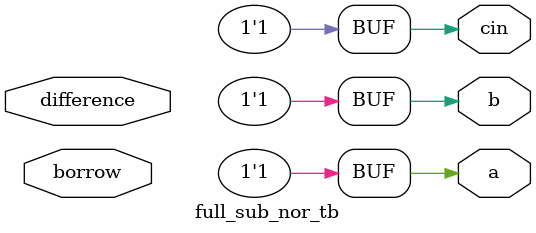
<source format=v>
module full_sub_nor_tb(a,b,cin,difference,borrow);
  input wire difference,borrow;
  output reg a,b,cin;
  full_sub_nor dut(a,b,cin,difference,borrow);
  initial begin
    $monitor("Time=%0t a=%0b b=%0b cin=%0b difference=%0b borrow=%0b",$time,a,b,cin,difference,borrow);
    #5 a=0;b=0;cin=0;
    #5 a=0;b=0;cin=1;
    #5 a=0;b=1;cin=0;
    #5 a=0;b=1;cin=1;
    #5 a=1;b=0;cin=0;
    #5 a=1;b=0;cin=1;
    #5 a=1;b=1;cin=0;
    #5 a=1;b=1;cin=1;
    #5;
  end
endmodule

</source>
